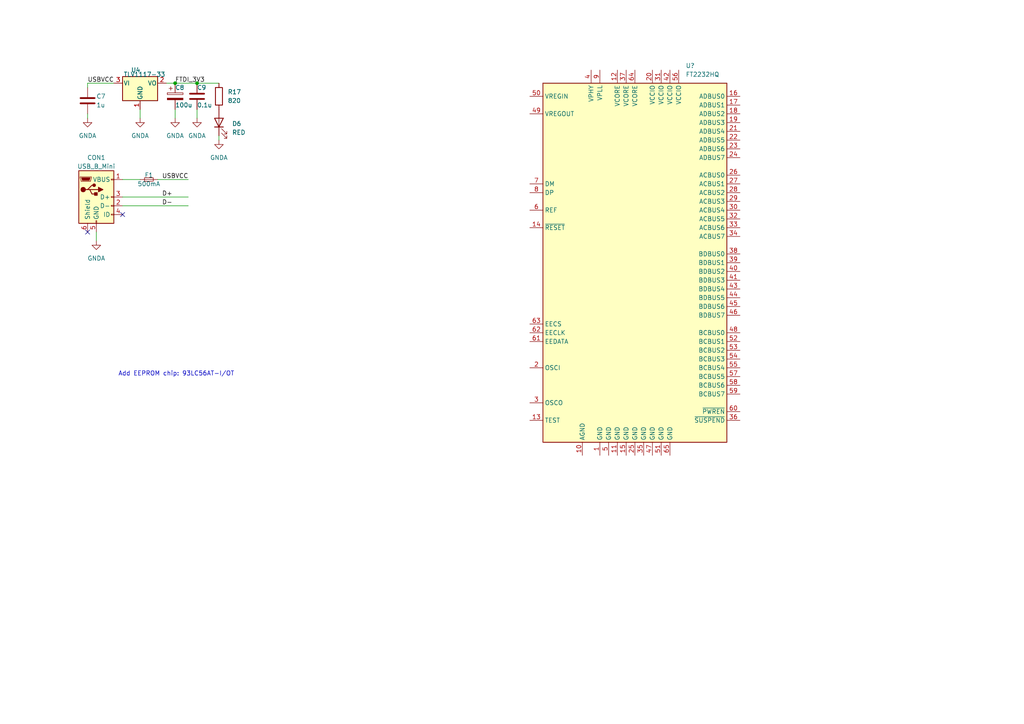
<source format=kicad_sch>
(kicad_sch (version 20211123) (generator eeschema)
  (paper "A4")
  (lib_symbols
    (symbol "Connector:USB_B_Mini" (pin_names (offset 1.016))
      (property "Reference" "J" (at -5.08 11.43 0))
      (property "Value" "USB_B_Mini" (at -5.08 8.89 0))
      (symbol "USB_B_Mini_0_1"
        (rectangle (start -5.08 -7.62) (end 5.08 7.62) (stroke (width 0.254)) (fill (type background)))
        (circle (center -3.81 2.159) (radius 0.635) (stroke (width 0.254)) (fill (type outline)))
        (circle (center -0.635 3.429) (radius 0.381) (stroke (width 0.254)) (fill (type outline)))
        (rectangle (start -0.127 -7.62) (end 0.127 -6.858))
        (polyline (pts (xy -1.905 2.159) (xy 0.635 2.159)) (stroke (width 0.254)))
        (polyline (pts (xy -3.175 2.159) (xy -2.54 2.159) (xy -1.27 3.429) (xy -0.635 3.429)) (stroke (width 0.254)))
        (polyline (pts (xy -2.54 2.159) (xy -1.905 2.159) (xy -1.27 0.889) (xy 0 0.889)) (stroke (width 0.254)))
        (polyline (pts (xy 0.635 2.794) (xy 0.635 1.524) (xy 1.905 2.159) (xy 0.635 2.794)) (stroke (width 0.254)) (fill (type outline)))
        (polyline (pts (xy -4.318 5.588) (xy -1.778 5.588) (xy -2.032 4.826) (xy -4.064 4.826) (xy -4.318 5.588)) (fill (type outline)))
        (polyline (pts (xy -4.699 5.842) (xy -4.699 5.588) (xy -4.445 4.826) (xy -4.445 4.572) (xy -1.651 4.572) (xy -1.651 4.826) (xy -1.397 5.588) (xy -1.397 5.842) (xy -4.699 5.842)))
        (rectangle (start 0.254 1.27) (end -0.508 0.508) (stroke (width 0.254)) (fill (type outline)))
        (rectangle (start 5.08 -5.207) (end 4.318 -4.953))
        (rectangle (start 5.08 -2.667) (end 4.318 -2.413))
        (rectangle (start 5.08 -0.127) (end 4.318 0.127))
        (rectangle (start 5.08 4.953) (end 4.318 5.207))
      )
      (symbol "USB_B_Mini_1_1"
        (pin power_out line (at 7.62 5.08 180) (length 2.54) (name "VBUS") (number "1"))
        (pin bidirectional line (at 7.62 -2.54 180) (length 2.54) (name "D-") (number "2"))
        (pin bidirectional line (at 7.62 0 180) (length 2.54) (name "D+") (number "3"))
        (pin passive line (at 7.62 -5.08 180) (length 2.54) (name "ID") (number "4"))
        (pin power_out line (at 0 -10.16 90) (length 2.54) (name "GND") (number "5"))
        (pin passive line (at -2.54 -10.16 90) (length 2.54) (name "Shield") (number "6"))
      )
    )
    (symbol "Device:C" (pin_numbers hide) (pin_names (offset 0.254))
      (property "Reference" "C" (at 0.635 2.54 0))
      (property "Value" "C" (at 0.635 -2.54 0))
      (symbol "C_0_1"
        (polyline (pts (xy -2.032 -0.762) (xy 2.032 -0.762)) (stroke (width 0.508)))
        (polyline (pts (xy -2.032 0.762) (xy 2.032 0.762)) (stroke (width 0.508)))
      )
      (symbol "C_1_1"
        (pin passive line (at 0 3.81 270) (length 2.794) (name "~") (number "1"))
        (pin passive line (at 0 -3.81 90) (length 2.794) (name "~") (number "2"))
      )
    )
    (symbol "Device:C_Polarized" (pin_numbers hide) (pin_names (offset 0.254))
      (property "Reference" "C" (at 0.635 2.54 0))
      (property "Value" "C_Polarized" (at 0.635 -2.54 0))
      (symbol "C_Polarized_0_1"
        (rectangle (start -2.286 0.508) (end 2.286 1.016))
        (polyline (pts (xy -1.778 2.286) (xy -0.762 2.286)))
        (polyline (pts (xy -1.27 2.794) (xy -1.27 1.778)))
        (rectangle (start 2.286 -0.508) (end -2.286 -1.016) (fill (type outline)))
      )
      (symbol "C_Polarized_1_1"
        (pin passive line (at 0 3.81 270) (length 2.794) (name "~") (number "1"))
        (pin passive line (at 0 -3.81 90) (length 2.794) (name "~") (number "2"))
      )
    )
    (symbol "Device:Fuse_Small" (pin_numbers hide) (pin_names (offset 0.254) hide)
      (property "Reference" "F" (at 0 -1.524 0))
      (property "Value" "Fuse_Small" (at 0 1.524 0))
      (symbol "Fuse_Small_0_1"
        (rectangle (start -1.27 0.508) (end 1.27 -0.508))
        (polyline (pts (xy -1.27 0) (xy 1.27 0)))
      )
      (symbol "Fuse_Small_1_1"
        (pin passive line (at -2.54 0 0) (length 1.27) (name "~") (number "1"))
        (pin passive line (at 2.54 0 180) (length 1.27) (name "~") (number "2"))
      )
    )
    (symbol "Device:LED" (pin_numbers hide) (pin_names (offset 1.016) hide)
      (property "Reference" "D" (at 0 2.54 0))
      (property "Value" "LED" (at 0 -2.54 0))
      (symbol "LED_0_1"
        (polyline (pts (xy -1.27 -1.27) (xy -1.27 1.27)) (stroke (width 0.254)))
        (polyline (pts (xy -1.27 0) (xy 1.27 0)))
        (polyline (pts (xy 1.27 -1.27) (xy 1.27 1.27) (xy -1.27 0) (xy 1.27 -1.27)) (stroke (width 0.254)))
        (polyline (pts (xy -3.048 -0.762) (xy -4.572 -2.286) (xy -3.81 -2.286) (xy -4.572 -2.286) (xy -4.572 -1.524)))
        (polyline (pts (xy -1.778 -0.762) (xy -3.302 -2.286) (xy -2.54 -2.286) (xy -3.302 -2.286) (xy -3.302 -1.524)))
      )
      (symbol "LED_1_1"
        (pin passive line (at -3.81 0 0) (length 2.54) (name "K") (number "1"))
        (pin passive line (at 3.81 0 180) (length 2.54) (name "A") (number "2"))
      )
    )
    (symbol "Device:R" (pin_numbers hide) (pin_names (offset 0))
      (property "Reference" "R" (at 2.032 0 90))
      (property "Value" "R" (at 0 0 90))
      (symbol "R_0_1"
        (rectangle (start -1.016 -2.54) (end 1.016 2.54) (stroke (width 0.254)))
      )
      (symbol "R_1_1"
        (pin passive line (at 0 3.81 270) (length 1.27) (name "~") (number "1"))
        (pin passive line (at 0 -3.81 90) (length 1.27) (name "~") (number "2"))
      )
    )
    (symbol "Interface_USB:FT2232HQ"
      (property "Reference" "U" (at -26.67 53.34 0))
      (property "Value" "FT2232HQ" (at 19.05 53.34 0))
      (symbol "FT2232HQ_0_1"
        (rectangle (start -26.67 -52.07) (end 26.67 52.07) (stroke (width 0.254)) (fill (type background)))
      )
      (symbol "FT2232HQ_1_1"
        (pin power_in line (at -10.16 -55.88 90) (length 3.81) (name "GND") (number "1"))
        (pin power_in line (at -15.24 -55.88 90) (length 3.81) (name "AGND") (number "10"))
        (pin power_in line (at -5.08 -55.88 90) (length 3.81) (name "GND") (number "11"))
        (pin power_in line (at -5.08 55.88 270) (length 3.81) (name "VCORE") (number "12"))
        (pin input line (at -30.48 -45.72 0) (length 3.81) (name "TEST") (number "13"))
        (pin input line (at -30.48 10.16 0) (length 3.81) (name "~{RESET}") (number "14"))
        (pin power_in line (at -2.54 -55.88 90) (length 3.81) (name "GND") (number "15"))
        (pin bidirectional line (at 30.48 48.26 180) (length 3.81) (name "ADBUS0") (number "16"))
        (pin bidirectional line (at 30.48 45.72 180) (length 3.81) (name "ADBUS1") (number "17"))
        (pin bidirectional line (at 30.48 43.18 180) (length 3.81) (name "ADBUS2") (number "18"))
        (pin bidirectional line (at 30.48 40.64 180) (length 3.81) (name "ADBUS3") (number "19"))
        (pin input line (at -30.48 -30.48 0) (length 3.81) (name "OSCI") (number "2"))
        (pin power_in line (at 5.08 55.88 270) (length 3.81) (name "VCCIO") (number "20"))
        (pin bidirectional line (at 30.48 38.1 180) (length 3.81) (name "ADBUS4") (number "21"))
        (pin bidirectional line (at 30.48 35.56 180) (length 3.81) (name "ADBUS5") (number "22"))
        (pin bidirectional line (at 30.48 33.02 180) (length 3.81) (name "ADBUS6") (number "23"))
        (pin bidirectional line (at 30.48 30.48 180) (length 3.81) (name "ADBUS7") (number "24"))
        (pin power_in line (at 0 -55.88 90) (length 3.81) (name "GND") (number "25"))
        (pin bidirectional line (at 30.48 25.4 180) (length 3.81) (name "ACBUS0") (number "26"))
        (pin bidirectional line (at 30.48 22.86 180) (length 3.81) (name "ACBUS1") (number "27"))
        (pin bidirectional line (at 30.48 20.32 180) (length 3.81) (name "ACBUS2") (number "28"))
        (pin bidirectional line (at 30.48 17.78 180) (length 3.81) (name "ACBUS3") (number "29"))
        (pin output line (at -30.48 -40.64 0) (length 3.81) (name "OSCO") (number "3"))
        (pin bidirectional line (at 30.48 15.24 180) (length 3.81) (name "ACBUS4") (number "30"))
        (pin power_in line (at 7.62 55.88 270) (length 3.81) (name "VCCIO") (number "31"))
        (pin bidirectional line (at 30.48 12.7 180) (length 3.81) (name "ACBUS5") (number "32"))
        (pin bidirectional line (at 30.48 10.16 180) (length 3.81) (name "ACBUS6") (number "33"))
        (pin bidirectional line (at 30.48 7.62 180) (length 3.81) (name "ACBUS7") (number "34"))
        (pin power_in line (at 2.54 -55.88 90) (length 3.81) (name "GND") (number "35"))
        (pin output line (at 30.48 -45.72 180) (length 3.81) (name "~{SUSPEND}") (number "36"))
        (pin power_in line (at -2.54 55.88 270) (length 3.81) (name "VCORE") (number "37"))
        (pin bidirectional line (at 30.48 2.54 180) (length 3.81) (name "BDBUS0") (number "38"))
        (pin bidirectional line (at 30.48 0 180) (length 3.81) (name "BDBUS1") (number "39"))
        (pin power_in line (at -12.7 55.88 270) (length 3.81) (name "VPHY") (number "4"))
        (pin bidirectional line (at 30.48 -2.54 180) (length 3.81) (name "BDBUS2") (number "40"))
        (pin bidirectional line (at 30.48 -5.08 180) (length 3.81) (name "BDBUS3") (number "41"))
        (pin power_in line (at 10.16 55.88 270) (length 3.81) (name "VCCIO") (number "42"))
        (pin bidirectional line (at 30.48 -7.62 180) (length 3.81) (name "BDBUS4") (number "43"))
        (pin bidirectional line (at 30.48 -10.16 180) (length 3.81) (name "BDBUS5") (number "44"))
        (pin bidirectional line (at 30.48 -12.7 180) (length 3.81) (name "BDBUS6") (number "45"))
        (pin bidirectional line (at 30.48 -15.24 180) (length 3.81) (name "BDBUS7") (number "46"))
        (pin power_in line (at 5.08 -55.88 90) (length 3.81) (name "GND") (number "47"))
        (pin bidirectional line (at 30.48 -20.32 180) (length 3.81) (name "BCBUS0") (number "48"))
        (pin power_out line (at -30.48 43.18 0) (length 3.81) (name "VREGOUT") (number "49"))
        (pin power_in line (at -7.62 -55.88 90) (length 3.81) (name "GND") (number "5"))
        (pin power_in line (at -30.48 48.26 0) (length 3.81) (name "VREGIN") (number "50"))
        (pin power_in line (at 7.62 -55.88 90) (length 3.81) (name "GND") (number "51"))
        (pin bidirectional line (at 30.48 -22.86 180) (length 3.81) (name "BCBUS1") (number "52"))
        (pin bidirectional line (at 30.48 -25.4 180) (length 3.81) (name "BCBUS2") (number "53"))
        (pin bidirectional line (at 30.48 -27.94 180) (length 3.81) (name "BCBUS3") (number "54"))
        (pin bidirectional line (at 30.48 -30.48 180) (length 3.81) (name "BCBUS4") (number "55"))
        (pin power_in line (at 12.7 55.88 270) (length 3.81) (name "VCCIO") (number "56"))
        (pin bidirectional line (at 30.48 -33.02 180) (length 3.81) (name "BCBUS5") (number "57"))
        (pin bidirectional line (at 30.48 -35.56 180) (length 3.81) (name "BCBUS6") (number "58"))
        (pin bidirectional line (at 30.48 -38.1 180) (length 3.81) (name "BCBUS7") (number "59"))
        (pin output line (at -30.48 15.24 0) (length 3.81) (name "REF") (number "6"))
        (pin output line (at 30.48 -43.18 180) (length 3.81) (name "~{PWREN}") (number "60"))
        (pin bidirectional line (at -30.48 -22.86 0) (length 3.81) (name "EEDATA") (number "61"))
        (pin output line (at -30.48 -20.32 0) (length 3.81) (name "EECLK") (number "62"))
        (pin output line (at -30.48 -17.78 0) (length 3.81) (name "EECS") (number "63"))
        (pin power_in line (at 0 55.88 270) (length 3.81) (name "VCORE") (number "64"))
        (pin power_in line (at 10.16 -55.88 90) (length 3.81) (name "GND") (number "65"))
        (pin bidirectional line (at -30.48 22.86 0) (length 3.81) (name "DM") (number "7"))
        (pin bidirectional line (at -30.48 20.32 0) (length 3.81) (name "DP") (number "8"))
        (pin input line (at -10.16 55.88 270) (length 3.81) (name "VPLL") (number "9"))
      )
    )
    (symbol "Regulator_Linear:TLV1117-33" (pin_names (offset 0.254))
      (property "Reference" "U" (at -3.81 3.175 0))
      (property "Value" "TLV1117-33" (at 0 3.175 0))
      (symbol "TLV1117-33_0_1"
        (rectangle (start -5.08 -5.08) (end 5.08 1.905) (stroke (width 0.254)) (fill (type background)))
      )
      (symbol "TLV1117-33_1_1"
        (pin power_in line (at 0 -7.62 90) (length 2.54) (name "GND") (number "1"))
        (pin power_out line (at 7.62 0 180) (length 2.54) (name "VO") (number "2"))
        (pin power_in line (at -7.62 0 0) (length 2.54) (name "VI") (number "3"))
      )
    )
    (symbol "power:GNDA" (power) (pin_names (offset 0))
      (property "Value" "GNDA" (at 0 -3.81 0))
      (symbol "GNDA_0_1"
        (polyline (pts (xy 0 0) (xy 0 -1.27) (xy 1.27 -1.27) (xy 0 -2.54) (xy -1.27 -1.27) (xy 0 -1.27)))
      )
      (symbol "GNDA_1_1"
        (pin power_in line (at 0 0 270) (length 0) hide (name "GNDA") (number "1"))
      )
    )
  )
  (junction (at 50.8 24.13))
  (junction (at 57.15 24.13))
  (no_connect (at 25.4 67.31))
  (no_connect (at 35.56 62.23))
  (wire (pts (xy 40.64 31.75) (xy 40.64 34.29)))
  (wire (pts (xy 35.56 59.69) (xy 54.61 59.69)))
  (wire (pts (xy 63.5 40.64) (xy 63.5 39.37)))
  (wire (pts (xy 25.4 33.02) (xy 25.4 34.29)))
  (wire (pts (xy 25.4 24.13) (xy 33.02 24.13)))
  (wire (pts (xy 50.8 24.13) (xy 57.15 24.13)))
  (wire (pts (xy 35.56 52.07) (xy 40.64 52.07)))
  (wire (pts (xy 50.8 31.75) (xy 50.8 34.29)))
  (wire (pts (xy 48.26 24.13) (xy 50.8 24.13)))
  (wire (pts (xy 25.4 24.13) (xy 25.4 25.4)))
  (wire (pts (xy 57.15 24.13) (xy 63.5 24.13)))
  (wire (pts (xy 45.72 52.07) (xy 54.61 52.07)))
  (wire (pts (xy 27.94 67.31) (xy 27.94 69.85)))
  (wire (pts (xy 57.15 31.75) (xy 57.15 34.29)))
  (wire (pts (xy 35.56 57.15) (xy 54.61 57.15)))
  (text "Add EEPROM chip: 93LC56AT-I/OT" (at 34.29 109.22 0) (effects (font (size 1.27 1.27)) (justify left bottom)))
  (label "USBVCC" (at 46.99 52.07 0))
  (label "FTDI_3V3" (at 50.8 24.13 0))
  (label "D-" (at 46.99 59.69 0))
  (label "USBVCC" (at 25.4 24.13 0))
  (label "D+" (at 46.99 57.15 0))
  (symbol (lib_id "power:GNDA") (at 63.5 40.64 0) (unit 1)
    (property "Reference" "#PWR?" (effects hide))
    (property "Value" "GNDA" (at 63.5 45.72 0))
  )
  (symbol (lib_id "power:GNDA") (at 50.8 34.29 0) (unit 1)
    (property "Reference" "#PWR?" (effects hide))
    (property "Value" "GNDA" (at 50.8 39.37 0))
  )
  (symbol (lib_id "Device:C_Polarized") (at 50.8 27.94 0) (unit 1)
    (property "Reference" "C8" (at 50.8 25.4 0) (effects (justify left)))
    (property "Value" "100u" (at 50.8 30.48 0) (effects (justify left)))
  )
  (symbol (lib_id "Device:C") (at 25.4 29.21 0) (unit 1)
    (property "Reference" "C7" (at 27.94 27.94 0) (effects (justify left)))
    (property "Value" "1u" (at 27.94 30.48 0) (effects (justify left)))
  )
  (symbol (lib_id "Device:Fuse_Small") (at 43.18 52.07 0) (unit 1)
    (property "Reference" "F1" (at 43.18 50.8 0))
    (property "Value" "500mA" (at 43.18 53.34 0))
  )
  (symbol (lib_id "Interface_USB:FT2232HQ") (at 184.15 76.2 0) (unit 1)
    (property "Reference" "U?" (at 198.8694 19.05 0) (effects (justify left)))
    (property "Value" "FT2232HQ" (at 198.8694 21.59 0) (effects (justify left)))
    (property "Footprint" "Package_DFN_QFN:QFN-64-1EP_9x9mm_P0.5mm_EP4.35x4.35mm" (effects hide))
    (property "Datasheet" "https://www.ftdichip.com/Support/Documents/DataSheets/ICs/DS_FT2232H.pdf" (effects hide))
  )
  (symbol (lib_id "Device:LED") (at 63.5 35.56 90) (unit 1)
    (property "Reference" "D6" (at 67.31 35.8774 90) (effects (justify right)))
    (property "Value" "RED" (at 67.31 38.4174 90) (effects (justify right)))
  )
  (symbol (lib_id "Device:R") (at 63.5 27.94 0) (unit 1)
    (property "Reference" "R17" (at 66.04 26.6699 0) (effects (justify left)))
    (property "Value" "820" (at 66.04 29.2099 0) (effects (justify left)))
  )
  (symbol (lib_id "Device:C") (at 57.15 27.94 0) (unit 1)
    (property "Reference" "C9" (at 57.15 25.4 0) (effects (justify left)))
    (property "Value" "0.1u" (at 57.15 30.48 0) (effects (justify left)))
  )
  (symbol (lib_id "power:GNDA") (at 40.64 34.29 0) (unit 1)
    (property "Reference" "#PWR?" (effects hide))
    (property "Value" "GNDA" (at 40.64 39.37 0))
  )
  (symbol (lib_id "power:GNDA") (at 57.15 34.29 0) (unit 1)
    (property "Reference" "#PWR?" (effects hide))
    (property "Value" "GNDA" (at 57.15 39.37 0))
  )
  (symbol (lib_id "power:GNDA") (at 25.4 34.29 0) (unit 1)
    (property "Reference" "#PWR?" (effects hide))
    (property "Value" "GNDA" (at 25.4 39.37 0))
  )
  (symbol (lib_id "Regulator_Linear:TLV1117-33") (at 40.64 24.13 0) (unit 1)
    (property "Reference" "U4" (at 39.37 20.32 0))
    (property "Value" "TLV1117-33" (at 41.91 21.59 0))
    (property "Datasheet" "http://www.ti.com/lit/ds/symlink/tlv1117.pdf" (effects hide))
  )
  (symbol (lib_id "Connector:USB_B_Mini") (at 27.94 57.15 0) (unit 1)
    (property "Reference" "CON1" (at 27.94 45.72 0))
    (property "Value" "USB_B_Mini" (at 27.94 48.26 0))
  )
  (symbol (lib_id "power:GNDA") (at 27.94 69.85 0) (unit 1)
    (property "Reference" "#PWR?" (effects hide))
    (property "Value" "GNDA" (at 27.94 74.93 0))
  )
)
</source>
